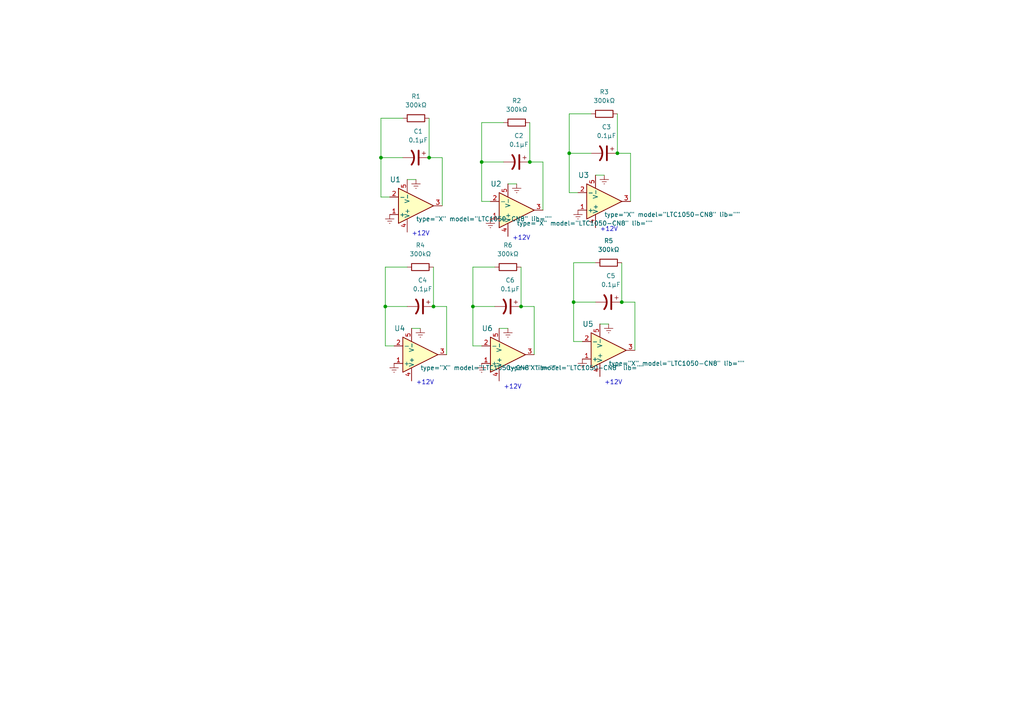
<source format=kicad_sch>
(kicad_sch (version 20211123) (generator eeschema)
  (paper "A4")
  (title_block (title "Photo-detector") (date "2022-08-23") (rev "v1") (company "Jun Lab") (comment 1 "Author: Aman Sharma"))
  (lib_symbols
    (symbol "Device:C_Polarized_US" (pin_numbers hide) (pin_names (offset 0.254) hide)
      (property "Reference" "C" (at 0.635 2.54 0))
      (property "Value" "C_Polarized_US" (at 0.635 -2.54 0))
      (symbol "C_Polarized_US_0_1"
        (polyline (pts (xy -2.032 0.762) (xy 2.032 0.762)) (stroke (width 0.508)))
        (polyline (pts (xy -1.778 2.286) (xy -0.762 2.286)))
        (polyline (pts (xy -1.27 1.778) (xy -1.27 2.794)))
        (arc (start 2.032 -1.27) (mid 0 -0.5572) (end -2.032 -1.27) (stroke (width 0.508)))
      )
      (symbol "C_Polarized_US_1_1"
        (pin passive line (at 0 3.81 270) (length 2.794) (name "~") (number "1"))
        (pin passive line (at 0 -3.81 90) (length 3.302) (name "~") (number "2"))
      )
    )
    (symbol "Device:R" (pin_numbers hide) (pin_names (offset 0))
      (property "Reference" "R" (at 2.032 0 90))
      (property "Value" "R" (at 0 0 90))
      (symbol "R_0_1"
        (rectangle (start -1.016 -2.54) (end 1.016 2.54) (stroke (width 0.254)))
      )
      (symbol "R_1_1"
        (pin passive line (at 0 3.81 270) (length 1.27) (name "~") (number "1"))
        (pin passive line (at 0 -3.81 90) (length 1.27) (name "~") (number "2"))
      )
    )
    (symbol "Simulation_SPICE:OPAMP" (pin_names (offset 0.254))
      (property "Reference" "U" (at 3.81 3.175 0))
      (property "Value" "OPAMP" (at 3.81 -3.175 0))
      (symbol "OPAMP_0_1"
        (polyline (pts (xy 5.08 0) (xy -5.08 5.08) (xy -5.08 -5.08) (xy 5.08 0)) (stroke (width 0.254)) (fill (type background)))
      )
      (symbol "OPAMP_1_1"
        (pin input line (at -7.62 2.54 0) (length 2.54) (name "+") (number "1"))
        (pin input line (at -7.62 -2.54 0) (length 2.54) (name "-") (number "2"))
        (pin output line (at 7.62 0 180) (length 2.54) (name "~") (number "3"))
        (pin power_in line (at -2.54 7.62 270) (length 3.81) (name "V+") (number "4"))
        (pin power_in line (at -2.54 -7.62 90) (length 3.81) (name "V-") (number "5"))
      )
    )
    (symbol "power:Earth" (power) (pin_names (offset 0))
      (symbol "Earth_0_1"
        (polyline (pts (xy -0.635 -1.905) (xy 0.635 -1.905)))
        (polyline (pts (xy -0.127 -2.54) (xy 0.127 -2.54)))
        (polyline (pts (xy 0 -1.27) (xy 0 0)))
        (polyline (pts (xy 1.27 -1.27) (xy -1.27 -1.27)))
      )
      (symbol "Earth_1_1"
        (pin power_in line (at 0 0 270) (length 0) hide (name "Earth") (number "1"))
      )
    )
  )
  (junction (at 125.73 88.9))
  (junction (at 110.49 45.72))
  (junction (at 165.1 44.45))
  (junction (at 179.07 44.45))
  (junction (at 111.76 88.9))
  (junction (at 137.16 88.9))
  (junction (at 151.13 88.9))
  (junction (at 124.46 45.72))
  (junction (at 166.37 87.63))
  (junction (at 180.34 87.63))
  (junction (at 139.7 46.99))
  (junction (at 153.67 46.99))
  (wire (pts (xy 128.27 45.72) (xy 124.46 45.72)))
  (wire (pts (xy 119.38 95.25) (xy 121.92 95.25)))
  (wire (pts (xy 166.37 99.06) (xy 168.91 99.06)))
  (wire (pts (xy 137.16 100.33) (xy 139.7 100.33)))
  (wire (pts (xy 116.84 34.29) (xy 110.49 34.29)))
  (wire (pts (xy 157.48 60.96) (xy 157.48 46.99)))
  (wire (pts (xy 111.76 88.9) (xy 111.76 100.33)))
  (wire (pts (xy 165.1 44.45) (xy 165.1 55.88)))
  (wire (pts (xy 172.72 50.8) (xy 175.26 50.8)))
  (wire (pts (xy 166.37 76.2) (xy 166.37 87.63)))
  (wire (pts (xy 154.94 102.87) (xy 154.94 88.9)))
  (wire (pts (xy 154.94 88.9) (xy 151.13 88.9)))
  (wire (pts (xy 143.51 77.47) (xy 137.16 77.47)))
  (wire (pts (xy 110.49 34.29) (xy 110.49 45.72)))
  (wire (pts (xy 129.54 102.87) (xy 129.54 88.9)))
  (wire (pts (xy 139.7 46.99) (xy 139.7 58.42)))
  (wire (pts (xy 166.37 87.63) (xy 166.37 99.06)))
  (wire (pts (xy 146.05 35.56) (xy 139.7 35.56)))
  (wire (pts (xy 184.15 101.6) (xy 184.15 87.63)))
  (wire (pts (xy 118.11 52.07) (xy 120.65 52.07)))
  (wire (pts (xy 184.15 87.63) (xy 180.34 87.63)))
  (wire (pts (xy 111.76 100.33) (xy 114.3 100.33)))
  (wire (pts (xy 110.49 57.15) (xy 113.03 57.15)))
  (wire (pts (xy 153.67 35.56) (xy 153.67 46.99)))
  (wire (pts (xy 129.54 88.9) (xy 125.73 88.9)))
  (wire (pts (xy 165.1 44.45) (xy 171.45 44.45)))
  (wire (pts (xy 110.49 45.72) (xy 116.84 45.72)))
  (wire (pts (xy 137.16 88.9) (xy 143.51 88.9)))
  (wire (pts (xy 165.1 55.88) (xy 167.64 55.88)))
  (wire (pts (xy 173.99 93.98) (xy 176.53 93.98)))
  (wire (pts (xy 182.88 44.45) (xy 179.07 44.45)))
  (wire (pts (xy 180.34 76.2) (xy 180.34 87.63)))
  (wire (pts (xy 118.11 77.47) (xy 111.76 77.47)))
  (wire (pts (xy 110.49 45.72) (xy 110.49 57.15)))
  (wire (pts (xy 128.27 59.69) (xy 128.27 45.72)))
  (wire (pts (xy 139.7 46.99) (xy 146.05 46.99)))
  (wire (pts (xy 124.46 34.29) (xy 124.46 45.72)))
  (wire (pts (xy 172.72 76.2) (xy 166.37 76.2)))
  (wire (pts (xy 179.07 33.02) (xy 179.07 44.45)))
  (wire (pts (xy 147.32 53.34) (xy 149.86 53.34)))
  (wire (pts (xy 137.16 77.47) (xy 137.16 88.9)))
  (wire (pts (xy 166.37 87.63) (xy 172.72 87.63)))
  (wire (pts (xy 157.48 46.99) (xy 153.67 46.99)))
  (wire (pts (xy 111.76 77.47) (xy 111.76 88.9)))
  (wire (pts (xy 144.78 95.25) (xy 147.32 95.25)))
  (wire (pts (xy 151.13 77.47) (xy 151.13 88.9)))
  (wire (pts (xy 182.88 58.42) (xy 182.88 44.45)))
  (wire (pts (xy 111.76 88.9) (xy 118.11 88.9)))
  (wire (pts (xy 139.7 58.42) (xy 142.24 58.42)))
  (wire (pts (xy 125.73 77.47) (xy 125.73 88.9)))
  (wire (pts (xy 137.16 88.9) (xy 137.16 100.33)))
  (wire (pts (xy 165.1 33.02) (xy 165.1 44.45)))
  (wire (pts (xy 139.7 35.56) (xy 139.7 46.99)))
  (wire (pts (xy 171.45 33.02) (xy 165.1 33.02)))
  (text "+12V\n" (at 146.05 113.03 0) (effects (font (size 1.27 1.27)) (justify left bottom)))
  (text "+12V\n" (at 148.59 69.85 0) (effects (font (size 1.27 1.27)) (justify left bottom)))
  (text "+12V\n" (at 120.65 111.76 0) (effects (font (size 1.27 1.27)) (justify left bottom)))
  (text "+12V\n" (at 173.99 67.31 0) (effects (font (size 1.27 1.27)) (justify left bottom)))
  (text "+12V\n" (at 119.38 68.58 0) (effects (font (size 1.27 1.27)) (justify left bottom)))
  (text "+12V\n" (at 175.26 111.76 0) (effects (font (size 1.27 1.27)) (justify left bottom)))
  (symbol (lib_id "Device:C_Polarized_US") (at 176.53 87.63 270) (unit 1)
    (property "Reference" "C5" (at 177.165 80.01 90))
    (property "Value" "0.1μF" (at 177.165 82.55 90))
    (property "Footprint" "Capacitor_THT:CP_Radial_D17.0mm_P7.50mm" (effects hide))
  )
  (symbol (lib_id "power:Earth") (at 120.65 52.07 0) (unit 1)
    (property "Reference" "#PWR0103" (effects hide))
    (property "Value" "Earth" (effects hide))
  )
  (symbol (lib_id "Device:C_Polarized_US") (at 149.86 46.99 270) (unit 1)
    (property "Reference" "C2" (at 150.495 39.37 90))
    (property "Value" "0.1μF" (at 150.495 41.91 90))
    (property "Footprint" "Capacitor_THT:CP_Radial_D16.0mm_P7.50mm" (effects hide))
  )
  (symbol (lib_id "Simulation_SPICE:OPAMP") (at 120.65 59.69 0) (mirror x) (unit 1)
    (property "Reference" "U1" (at 113.03 52.07 0) (effects (font (size 1.5 1.5)) (justify left)))
    (property "Value" "LTC1050-CN8" (at 120.65 63.5 0) (effects (justify left)))
    (property "Footprint" "OPAMP:LTC1050CN8" (effects hide))
    (property "Spice_Netlist_Enabled" "Y" (effects hide))
    (property "Spice_Primitive" "X" (effects hide))
  )
  (symbol (lib_id "Simulation_SPICE:OPAMP") (at 176.53 101.6 0) (mirror x) (unit 1)
    (property "Reference" "U5" (at 168.91 93.98 0) (effects (font (size 1.5 1.5)) (justify left)))
    (property "Value" "LTC1050-CN8" (at 176.53 105.41 0) (effects (justify left)))
    (property "Footprint" "OPAMP:LTC1050CN8" (effects hide))
    (property "Spice_Netlist_Enabled" "Y" (effects hide))
    (property "Spice_Primitive" "X" (effects hide))
  )
  (symbol (lib_id "Simulation_SPICE:OPAMP") (at 175.26 58.42 0) (mirror x) (unit 1)
    (property "Reference" "U3" (at 167.64 50.8 0) (effects (font (size 1.5 1.5)) (justify left)))
    (property "Value" "LTC1050-CN8" (at 175.26 62.23 0) (effects (justify left)))
    (property "Footprint" "OPAMP:LTC1050CN8" (effects hide))
    (property "Spice_Netlist_Enabled" "Y" (effects hide))
    (property "Spice_Primitive" "X" (effects hide))
  )
  (symbol (lib_id "Device:C_Polarized_US") (at 175.26 44.45 270) (unit 1)
    (property "Reference" "C3" (at 175.895 36.83 90))
    (property "Value" "0.1μF" (at 175.895 39.37 90))
    (property "Footprint" "Capacitor_THT:CP_Radial_D17.0mm_P7.50mm" (effects hide))
  )
  (symbol (lib_id "Device:R") (at 121.92 77.47 90) (unit 1)
    (property "Reference" "R4" (at 121.92 71.12 90))
    (property "Value" "300kΩ" (at 121.92 73.66 90))
    (property "Footprint" "Resistor_THT:R_Axial_DIN0204_L3.6mm_D1.6mm_P7.62mm_Horizontal" (effects hide))
  )
  (symbol (lib_id "Device:R") (at 120.65 34.29 90) (unit 1)
    (property "Reference" "R1" (at 120.65 27.94 90))
    (property "Value" "300kΩ" (at 120.65 30.48 90))
    (property "Footprint" "Resistor_THT:R_Axial_DIN0204_L3.6mm_D1.6mm_P7.62mm_Horizontal" (effects hide))
  )
  (symbol (lib_id "power:Earth") (at 176.53 93.98 0) (unit 1)
    (property "Reference" "#PWR09" (effects hide))
    (property "Value" "Earth" (effects hide))
  )
  (symbol (lib_id "power:Earth") (at 149.86 53.34 0) (unit 1)
    (property "Reference" "#PWR02" (effects hide))
    (property "Value" "Earth" (effects hide))
  )
  (symbol (lib_id "Simulation_SPICE:OPAMP") (at 121.92 102.87 0) (mirror x) (unit 1)
    (property "Reference" "U4" (at 114.3 95.25 0) (effects (font (size 1.5 1.5)) (justify left)))
    (property "Value" "LTC1050-CN8" (at 121.92 106.68 0) (effects (justify left)))
    (property "Footprint" "OPAMP:LTC1050CN8" (effects hide))
    (property "Spice_Netlist_Enabled" "Y" (effects hide))
    (property "Spice_Primitive" "X" (effects hide))
  )
  (symbol (lib_id "Simulation_SPICE:OPAMP") (at 149.86 60.96 0) (mirror x) (unit 1)
    (property "Reference" "U2" (at 142.24 53.34 0) (effects (font (size 1.5 1.5)) (justify left)))
    (property "Value" "LTC1050-CN8" (at 149.86 64.77 0) (effects (justify left)))
    (property "Footprint" "OPAMP:LTC1050CN8" (effects hide))
    (property "Spice_Netlist_Enabled" "Y" (effects hide))
    (property "Spice_Primitive" "X" (effects hide))
  )
  (symbol (lib_id "Device:R") (at 147.32 77.47 90) (unit 1)
    (property "Reference" "R6" (at 147.32 71.12 90))
    (property "Value" "300kΩ" (at 147.32 73.66 90))
    (property "Footprint" "Resistor_THT:R_Axial_DIN0204_L3.6mm_D1.6mm_P7.62mm_Horizontal" (effects hide))
  )
  (symbol (lib_id "Device:C_Polarized_US") (at 121.92 88.9 270) (unit 1)
    (property "Reference" "C4" (at 122.555 81.28 90))
    (property "Value" "0.1μF" (at 122.555 83.82 90))
    (property "Footprint" "Capacitor_THT:CP_Radial_D17.0mm_P7.50mm" (effects hide))
  )
  (symbol (lib_id "power:Earth") (at 168.91 104.14 0) (unit 1)
    (property "Reference" "#PWR07" (effects hide))
    (property "Value" "Earth" (effects hide))
  )
  (symbol (lib_id "Device:C_Polarized_US") (at 147.32 88.9 270) (unit 1)
    (property "Reference" "C6" (at 147.955 81.28 90))
    (property "Value" "0.1μF" (at 147.955 83.82 90))
    (property "Footprint" "Capacitor_THT:CP_Radial_D17.0mm_P7.50mm" (effects hide))
  )
  (symbol (lib_id "Device:R") (at 175.26 33.02 90) (unit 1)
    (property "Reference" "R3" (at 175.26 26.67 90))
    (property "Value" "300kΩ" (at 175.26 29.21 90))
    (property "Footprint" "Resistor_THT:R_Axial_DIN0204_L3.6mm_D1.6mm_P7.62mm_Horizontal" (effects hide))
  )
  (symbol (lib_id "power:Earth") (at 175.26 50.8 0) (unit 1)
    (property "Reference" "#PWR05" (effects hide))
    (property "Value" "Earth" (effects hide))
  )
  (symbol (lib_id "power:Earth") (at 114.3 105.41 0) (unit 1)
    (property "Reference" "#PWR04" (effects hide))
    (property "Value" "Earth" (effects hide))
  )
  (symbol (lib_id "Device:R") (at 149.86 35.56 90) (unit 1)
    (property "Reference" "R2" (at 149.86 29.21 90))
    (property "Value" "300kΩ" (at 149.86 31.75 90))
    (property "Footprint" "Resistor_THT:R_Axial_DIN0204_L3.6mm_D1.6mm_P7.62mm_Horizontal" (effects hide))
  )
  (symbol (lib_id "power:Earth") (at 121.92 95.25 0) (unit 1)
    (property "Reference" "#PWR06" (effects hide))
    (property "Value" "Earth" (effects hide))
  )
  (symbol (lib_id "Device:C_Polarized_US") (at 120.65 45.72 270) (unit 1)
    (property "Reference" "C1" (at 121.285 38.1 90))
    (property "Value" "0.1μF" (at 121.285 40.64 90))
    (property "Footprint" "Capacitor_THT:CP_Radial_D16.0mm_P7.50mm" (effects hide))
  )
  (symbol (lib_id "Device:R") (at 176.53 76.2 90) (unit 1)
    (property "Reference" "R5" (at 176.53 69.85 90))
    (property "Value" "300kΩ" (at 176.53 72.39 90))
    (property "Footprint" "Resistor_THT:R_Axial_DIN0204_L3.6mm_D1.6mm_P7.62mm_Horizontal" (effects hide))
  )
  (symbol (lib_id "power:Earth") (at 167.64 60.96 0) (unit 1)
    (property "Reference" "#PWR03" (effects hide))
    (property "Value" "Earth" (effects hide))
  )
  (symbol (lib_id "power:Earth") (at 113.03 62.23 0) (unit 1)
    (property "Reference" "#PWR0101" (effects hide))
    (property "Value" "Earth" (effects hide))
  )
  (symbol (lib_id "power:Earth") (at 139.7 105.41 0) (unit 1)
    (property "Reference" "#PWR08" (effects hide))
    (property "Value" "Earth" (effects hide))
  )
  (symbol (lib_id "Simulation_SPICE:OPAMP") (at 147.32 102.87 0) (mirror x) (unit 1)
    (property "Reference" "U6" (at 139.7 95.25 0) (effects (font (size 1.5 1.5)) (justify left)))
    (property "Value" "LTC1050-CN8" (at 147.32 106.68 0) (effects (justify left)))
    (property "Footprint" "OPAMP:LTC1050CN8" (effects hide))
    (property "Spice_Netlist_Enabled" "Y" (effects hide))
    (property "Spice_Primitive" "X" (effects hide))
  )
  (symbol (lib_id "power:Earth") (at 147.32 95.25 0) (unit 1)
    (property "Reference" "#PWR010" (effects hide))
    (property "Value" "Earth" (effects hide))
  )
  (symbol (lib_id "power:Earth") (at 142.24 63.5 0) (unit 1)
    (property "Reference" "#PWR01" (effects hide))
    (property "Value" "Earth" (effects hide))
  )
)
</source>
